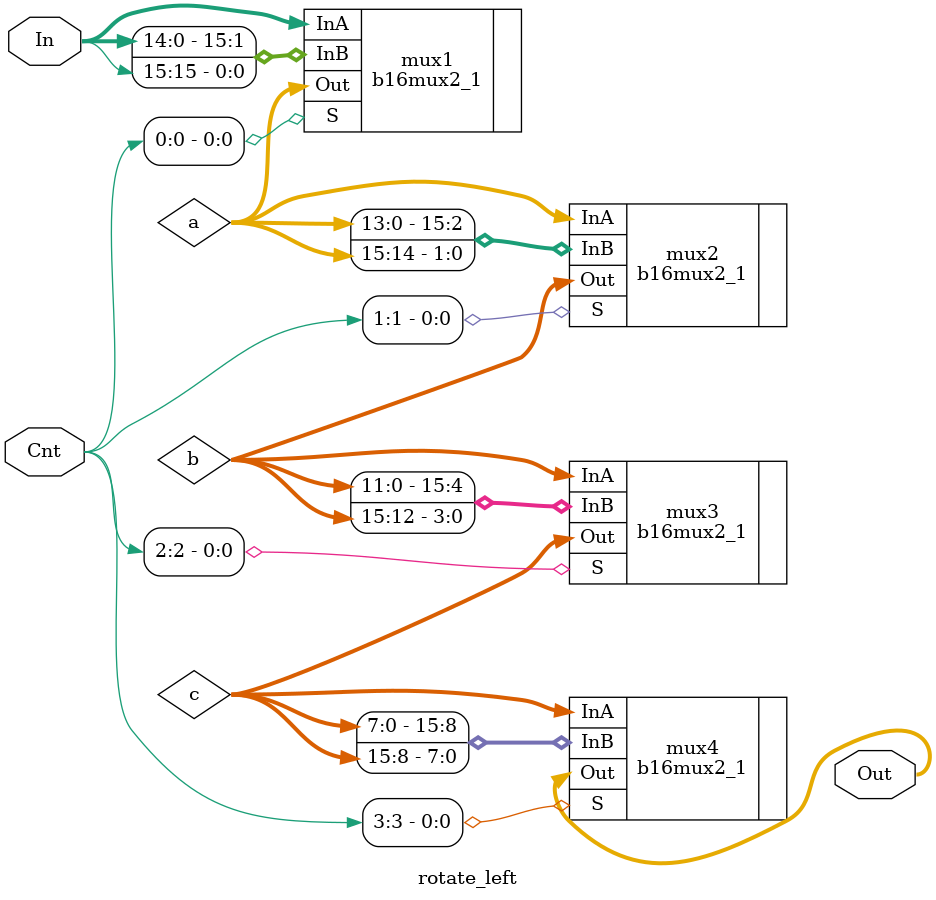
<source format=v>
module rotate_left(In,Cnt,Out);
input [15:0] In;
input [3:0] Cnt;
output [15:0] Out;
wire [15:0] a,b,c;

b16mux2_1 mux1(.InA(In),.InB({In[14:0], In[15]}),.S(Cnt[0]),.Out(a));
b16mux2_1 mux2(.InA(a),.InB({a[13:0], a[15:14]}),.S(Cnt[1]),.Out(b));
b16mux2_1 mux3(.InA(b),.InB({b[11:0], b[15:12]}),.S(Cnt[2]),.Out(c));
b16mux2_1 mux4(.InA(c),.InB({c[7:0], c[15:8]}),.S(Cnt[3]),.Out(Out));

endmodule
</source>
